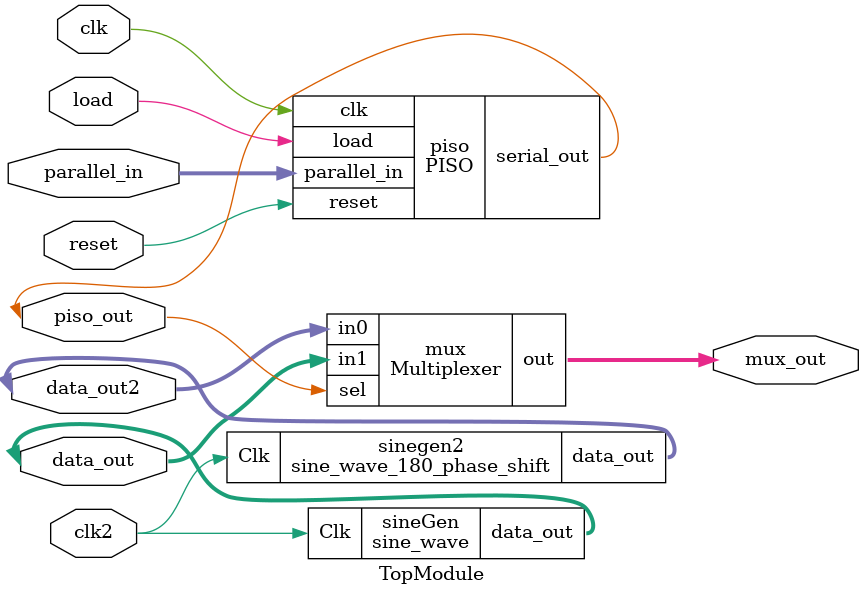
<source format=v>
`timescale 1ns/1ps
module sine_wave(Clk,data_out);
//declare input and output
    input Clk;
    output [7:0] data_out;
//declare the sine ROM - 30 registers each 8 bit wide.  
    reg [7:0] sine [0:29];
//Internal signals  
    integer i;  
    reg [7:0] data_out; 
//Initialize the sine rom with samples. 
    initial begin
        i = 0;
        sine[0] = 0;
        sine[1] = 16;
        sine[2] = 31;
        sine[3] = 45;
        sine[4] = 58;
        sine[5] = 67;
        sine[6] = 74;
        sine[7] = 77;
        sine[8] = 77;
        sine[9] = 74;
        sine[10] = 67;
        sine[11] = 58;
        sine[12] = 45;
        sine[13] = 31;
        sine[14] = 16;
        sine[15] = 0;
        sine[16] = -16;
        sine[17] = -31;
        sine[18] = -45;
        sine[19] = -58;
        sine[20] = -67;
        sine[21] = -74;
        sine[22] = -77;
        sine[23] = -77;
        sine[24] = -74;
        sine[25] = -67;
        sine[26] = -58;
        sine[27] = -45;
        sine[28] = -31;
        sine[29] = -16;
    end
    
    //At every positive edge of the clock, output a sine wave sample.
    always@ (posedge Clk)
    begin
        data_out = sine[i];
        i = i+ 1;
        if(i == 30)
            i = 0;
    end

endmodule

module sine_wave_180_phase_shift(
    input Clk,
    output reg [7:0] data_out
);
    // Declare the sine ROM - 30 registers each 8 bits wide
    reg [7:0] sine [0:29];
    
    // Internal signals
    integer i; 
    
    // Initialize the sine ROM with samples
    initial begin
        i = 15;  // Start from index 15 for 180-degree phase shift
        sine[0] = 0;
        sine[1] = 16;
        sine[2] = 31;
        sine[3] = 45;
        sine[4] = 58;
        sine[5] = 67;
        sine[6] = 74;
        sine[7] = 77;
        sine[8] = 77;
        sine[9] = 74;
        sine[10] = 67;
        sine[11] = 58;
        sine[12] = 45;
        sine[13] = 31;
        sine[14] = 16;
        sine[15] = 0;
        sine[16] = -16;
        sine[17] = -31;
        sine[18] = -45;
        sine[19] = -58;
        sine[20] = -67;
        sine[21] = -74;
        sine[22] = -77;
        sine[23] = -77;
        sine[24] = -74;
        sine[25] = -67;
        sine[26] = -58;
        sine[27] = -45;
        sine[28] = -31;
        sine[29] = -16;
    end
    
    // At every positive edge of the clock, output a sine wave sample
    always @(posedge Clk) begin
        data_out = sine[i];
        i = i + 1;
        if (i == 30)
            i = 0;
    end
endmodule


module Multiplexer(
    input [7:0] in0,  // First input (Grounded, 0)
    input [7:0] in1,  // Second input (Sine wave)
    input sel,        // Selection signal (Enable from PISO)
    output reg [7:0] out
);
    always @(*) begin
        if (sel)
            out = in1;  // Select sine wave
        else
            out = in0;  // Select ground (0)
    end
endmodule
module PISO (
    input clk,               // Clock signal
    input reset,             // Reset signal
    input load,              // Load enable
    input [7:0] parallel_in, // 8-bit parallel data input
    output reg serial_out    // Serial data output
);
    reg [7:0] shift_reg; // Internal shift register

    always @(posedge clk or posedge reset) begin
        if (reset) begin
            // Reset the shift register
            shift_reg <= 8'b0;
            serial_out <= 1'b0;
        end else if (load) begin
            // Load parallel data into the shift register
            shift_reg <= parallel_in;
        end else begin
            // Shift data to the right
            serial_out <= shift_reg[0];
            shift_reg <= shift_reg >> 1;
        end
    end
endmodule


// Top Module Connecting All Components
module TopModule(
    input clk,
    input clk2, 
   // input clk3,          // Global clock
    input reset,            // Reset signal for PISO
    input [7:0] parallel_in, // Parallel input to PISO
    input load,             // Load enable signal for PISO
    output [7:0] mux_out,
    inout piso_out,
    inout [7:0] data_out,
    inout [7:0] data_out2
);
     // Sine wave output from the sine wave generator
              // Serial output from PISO

    // Instantiate the sine wave generator
    sine_wave sineGen (
        .Clk(clk2),
        .data_out(data_out)
    );
    sine_wave_180_phase_shift sinegen2 (
        .Clk(clk2),
        .data_out(data_out2));

    // Instantiate the PISO module
    PISO piso (
        .clk(clk),
        .reset(reset),
        .load(load),
        .parallel_in(parallel_in),
        .serial_out(piso_out)
    );

    // Instantiate the multiplexer
    Multiplexer mux (
        .in0(data_out2),         // Grounded input
        .in1(data_out),    // Sine wave input
        .sel(piso_out),     // Enable signal from PISO
        .out(mux_out)
    );
endmodule

</source>
